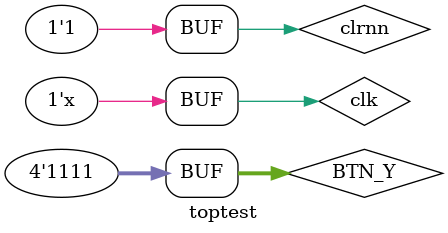
<source format=v>
`timescale 1ns / 1ps


module toptest;

	// Inputs
	reg clk;
	reg clrnn;

	// Outputs
	wire [3:0] rr;
	wire [3:0] gg;
	wire [3:0] bb;
	wire hss;
	wire vss;
	wire [3:0] AN;
	wire [7:0] SEGMENT;
	//wire [9:0] x_block;
	//wire [8:0] y_block;

	// Bidirs
	wire [4:0] BTN_X;
	reg [3:0] BTN_Y;

	// Instantiate the Unit Under Test (UUT)
	Top uut (
		.clk(clk), 
		.rr(rr), 
		.gg(gg), 
		.bb(bb), 
		.hss(hss), 
		.vss(vss), 
		.clrnn(clrnn), 
		.BTN_X(BTN_X), 
		.BTN_Y(BTN_Y), 
		.AN(AN), 
		.SEGMENT(SEGMENT)
		//.x_block(x_block), 
		//.y_block(y_block)
	);

	initial begin
		// Initialize Inputs
		clk = 0;
		clrnn = 1;
		BTN_Y = 15;

		// Wait 100 ns for global reset to finish
		//#100;
        
		// Add stimulus here

	end
    
	always #5 clk=~clk;
	 
endmodule


</source>
